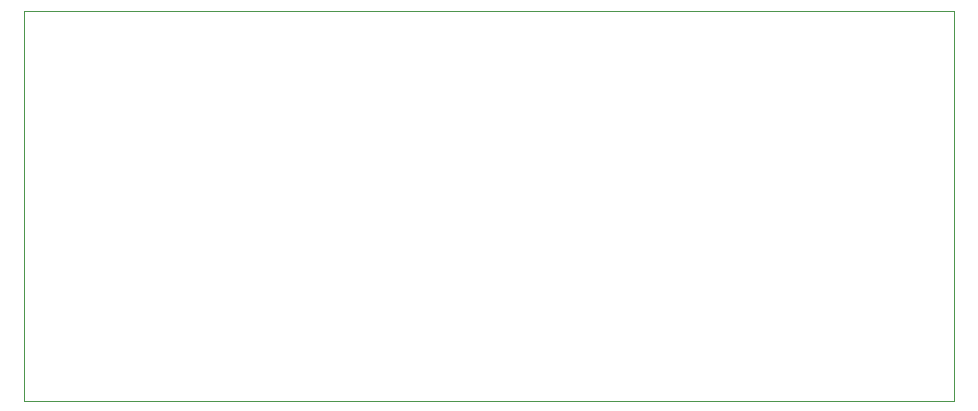
<source format=gbr>
%TF.GenerationSoftware,KiCad,Pcbnew,(7.0.0)*%
%TF.CreationDate,2024-01-29T13:38:43-05:00*%
%TF.ProjectId,VCO,56434f2e-6b69-4636-9164-5f7063625858,rev?*%
%TF.SameCoordinates,Original*%
%TF.FileFunction,Profile,NP*%
%FSLAX46Y46*%
G04 Gerber Fmt 4.6, Leading zero omitted, Abs format (unit mm)*
G04 Created by KiCad (PCBNEW (7.0.0)) date 2024-01-29 13:38:43*
%MOMM*%
%LPD*%
G01*
G04 APERTURE LIST*
%TA.AperFunction,Profile*%
%ADD10C,0.100000*%
%TD*%
G04 APERTURE END LIST*
D10*
X91440000Y-78740000D02*
X170180000Y-78740000D01*
X170180000Y-78740000D02*
X170180000Y-111760000D01*
X170180000Y-111760000D02*
X91440000Y-111760000D01*
X91440000Y-111760000D02*
X91440000Y-78740000D01*
M02*

</source>
